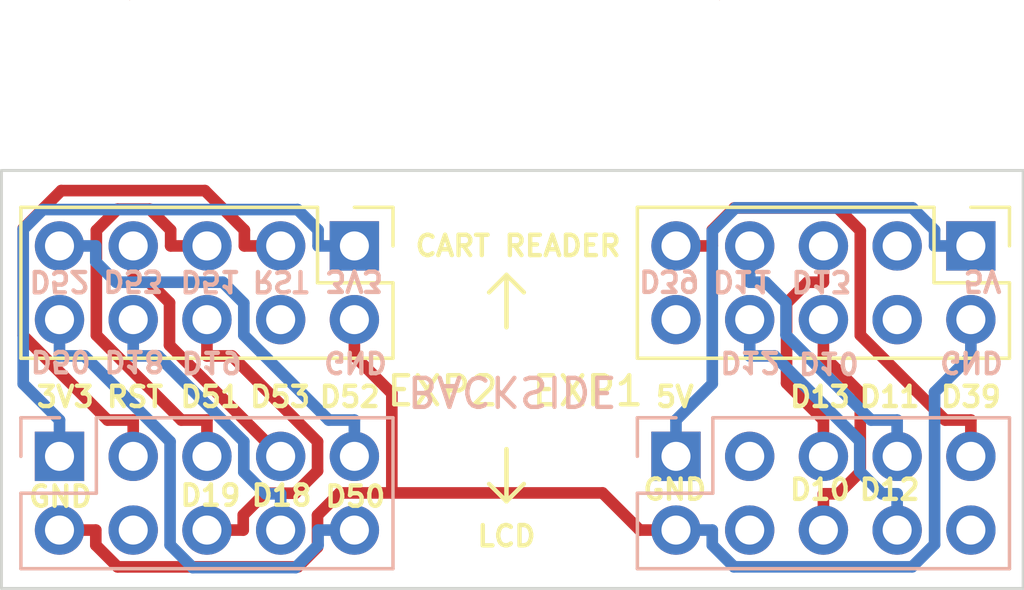
<source format=kicad_pcb>
(kicad_pcb (version 20211014) (generator pcbnew)
  (title_block (title "LCD Adapter") (date "2021-11-22") (rev "V1"))
  (layers (0 "F.Cu" signal) (31 "B.Cu" signal) (34 "B.Paste" user) (35 "F.Paste" user) (36 "B.SilkS" user "B.Silkscreen") (37 "F.SilkS" user "F.Silkscreen") (38 "B.Mask" user) (39 "F.Mask" user) (44 "Edge.Cuts" user))
  (net 0 "")
  (net 8 "D18")
  (net 9 "D19")
  (net 11 "D12")
  (net 12 "D13")
  (net 13 "D10")
  (net 14 "D11")
  (net 15 "RESET")
  (net 16 "GND")
  (net 17 "D39")
  (net 18 "+3V3")
  (net 19 "+5V")
  (net 20 "D53")
  (net 21 "D52")
  (net 22 "D51")
  (net 23 "D50")
  (footprint "Connector_PinHeader_2.54mm:PinHeader_2x05_P2.54mm_Vertical" (layer "F.Cu") (at 192.38 138.92 -90)
    (fp_text reference "J2" hide)
    (fp_text value "EXP1" hide)
    (fp_line (start -1.33 0) (end -1.33 -1.33) (layer "F.SilkS") (width 0.12))
    (fp_line (start -1.33 1.27) (end 1.27 1.27) (layer "F.SilkS") (width 0.12))
    (fp_line (start 3.87 -1.33) (end 3.87 11.49) (layer "F.SilkS") (width 0.12))
    (fp_line (start -1.33 11.49) (end 3.87 11.49) (layer "F.SilkS") (width 0.12))
    (fp_line (start -1.33 1.27) (end -1.33 11.49) (layer "F.SilkS") (width 0.12))
    (fp_line (start -1.33 -1.33) (end 0 -1.33) (layer "F.SilkS") (width 0.12))
    (fp_line (start 1.27 -1.33) (end 3.87 -1.33) (layer "F.SilkS") (width 0.12))
    (fp_line (start 1.27 1.27) (end 1.27 -1.33) (layer "F.SilkS") (width 0.12))
    (pad "1" thru_hole rect locked (at 0 0 270) (size 1.7 1.7) (drill 1) (layers *.Cu *.Mask) (net 19 "+5V"))
    (pad "2" thru_hole oval locked (at 2.54 0 270) (size 1.7 1.7) (drill 1) (layers *.Cu *.Mask) (net 16 "GND"))
    (pad "3" thru_hole oval locked (at 0 2.54 270) (size 1.7 1.7) (drill 1) (layers *.Cu *.Mask))
    (pad "4" thru_hole oval locked (at 2.54 2.54 270) (size 1.7 1.7) (drill 1) (layers *.Cu *.Mask))
    (pad "5" thru_hole oval locked (at 0 5.08 270) (size 1.7 1.7) (drill 1) (layers *.Cu *.Mask) (net 12 "D13"))
    (pad "6" thru_hole oval locked (at 2.54 5.08 270) (size 1.7 1.7) (drill 1) (layers *.Cu *.Mask) (net 13 "D10"))
    (pad "7" thru_hole oval locked (at 0 7.62 270) (size 1.7 1.7) (drill 1) (layers *.Cu *.Mask) (net 14 "D11"))
    (pad "8" thru_hole oval locked (at 2.54 7.62 270) (size 1.7 1.7) (drill 1) (layers *.Cu *.Mask) (net 11 "D12"))
    (pad "9" thru_hole oval locked (at 0 10.16 270) (size 1.7 1.7) (drill 1) (layers *.Cu *.Mask) (net 17 "D39"))
    (pad "10" thru_hole oval locked (at 2.54 10.16 270) (size 1.7 1.7) (drill 1) (layers *.Cu *.Mask))
  )
  (footprint "Connector_PinHeader_2.54mm:PinHeader_2x05_P2.54mm_Vertical" (layer "F.Cu") (at 171.14 138.92 -90)
    (fp_text reference "J1" hide)
    (fp_text value "EXP2" hide)
    (fp_line (start -1.33 -1.33) (end 0 -1.33) (layer "F.SilkS") (width 0.12))
    (fp_line (start 3.87 -1.33) (end 3.87 11.49) (layer "F.SilkS") (width 0.12))
    (fp_line (start 1.27 -1.33) (end 3.87 -1.33) (layer "F.SilkS") (width 0.12))
    (fp_line (start -1.33 0) (end -1.33 -1.33) (layer "F.SilkS") (width 0.12))
    (fp_line (start -1.33 11.49) (end 3.87 11.49) (layer "F.SilkS") (width 0.12))
    (fp_line (start -1.33 1.27) (end 1.27 1.27) (layer "F.SilkS") (width 0.12))
    (fp_line (start -1.33 1.27) (end -1.33 11.49) (layer "F.SilkS") (width 0.12))
    (fp_line (start 1.27 1.27) (end 1.27 -1.33) (layer "F.SilkS") (width 0.12))
    (pad "1" thru_hole rect locked (at 0 0 270) (size 1.7 1.7) (drill 1) (layers *.Cu *.Mask) (net 18 "+3V3"))
    (pad "2" thru_hole oval locked (at 2.54 0 270) (size 1.7 1.7) (drill 1) (layers *.Cu *.Mask) (net 16 "GND"))
    (pad "3" thru_hole oval locked (at 0 2.54 270) (size 1.7 1.7) (drill 1) (layers *.Cu *.Mask) (net 15 "RESET"))
    (pad "4" thru_hole oval locked (at 2.54 2.54 270) (size 1.7 1.7) (drill 1) (layers *.Cu *.Mask))
    (pad "5" thru_hole oval locked (at 0 5.08 270) (size 1.7 1.7) (drill 1) (layers *.Cu *.Mask) (net 22 "D51"))
    (pad "6" thru_hole oval locked (at 2.54 5.08 270) (size 1.7 1.7) (drill 1) (layers *.Cu *.Mask) (net 9 "D19"))
    (pad "7" thru_hole oval locked (at 0 7.62 270) (size 1.7 1.7) (drill 1) (layers *.Cu *.Mask) (net 20 "D53"))
    (pad "8" thru_hole oval locked (at 2.54 7.62 270) (size 1.7 1.7) (drill 1) (layers *.Cu *.Mask) (net 8 "D18"))
    (pad "9" thru_hole oval locked (at 0 10.16 270) (size 1.7 1.7) (drill 1) (layers *.Cu *.Mask) (net 21 "D52"))
    (pad "10" thru_hole oval locked (at 2.54 10.16 270) (size 1.7 1.7) (drill 1) (layers *.Cu *.Mask) (net 23 "D50"))
  )
  (footprint "Connector_PinHeader_2.54mm:PinHeader_2x05_P2.54mm_Vertical" (layer "B.Cu") (at 160.98 146.17 -90)
    (fp_text reference "J3" hide)
    (fp_text value "EXP2" hide)
    (fp_line (start 1.27 1.33) (end 3.87 1.33) (layer "B.SilkS") (width 0.12))
    (fp_line (start -1.33 -1.27) (end 1.27 -1.27) (layer "B.SilkS") (width 0.12))
    (fp_line (start -1.33 1.33) (end 0 1.33) (layer "B.SilkS") (width 0.12))
    (fp_line (start 1.27 -1.27) (end 1.27 1.33) (layer "B.SilkS") (width 0.12))
    (fp_line (start -1.33 -1.27) (end -1.33 -11.49) (layer "B.SilkS") (width 0.12))
    (fp_line (start 3.87 1.33) (end 3.87 -11.49) (layer "B.SilkS") (width 0.12))
    (fp_line (start -1.33 -11.49) (end 3.87 -11.49) (layer "B.SilkS") (width 0.12))
    (fp_line (start -1.33 0) (end -1.33 1.33) (layer "B.SilkS") (width 0.12))
    (pad "1" thru_hole rect locked (at 0 0 270) (size 1.7 1.7) (drill 1) (layers *.Cu *.Mask) (net 18 "+3V3"))
    (pad "2" thru_hole oval locked (at 2.54 0 270) (size 1.7 1.7) (drill 1) (layers *.Cu *.Mask) (net 16 "GND"))
    (pad "3" thru_hole oval locked (at 0 -2.54 270) (size 1.7 1.7) (drill 1) (layers *.Cu *.Mask) (net 15 "RESET"))
    (pad "4" thru_hole oval locked (at 2.54 -2.54 270) (size 1.7 1.7) (drill 1) (layers *.Cu *.Mask))
    (pad "5" thru_hole oval locked (at 0 -5.08 270) (size 1.7 1.7) (drill 1) (layers *.Cu *.Mask) (net 22 "D51"))
    (pad "6" thru_hole oval locked (at 2.54 -5.08 270) (size 1.7 1.7) (drill 1) (layers *.Cu *.Mask) (net 9 "D19"))
    (pad "7" thru_hole oval locked (at 0 -7.62 270) (size 1.7 1.7) (drill 1) (layers *.Cu *.Mask) (net 20 "D53"))
    (pad "8" thru_hole oval locked (at 2.54 -7.62 270) (size 1.7 1.7) (drill 1) (layers *.Cu *.Mask) (net 8 "D18"))
    (pad "9" thru_hole oval locked (at 0 -10.16 270) (size 1.7 1.7) (drill 1) (layers *.Cu *.Mask) (net 21 "D52"))
    (pad "10" thru_hole oval locked (at 2.54 -10.16 270) (size 1.7 1.7) (drill 1) (layers *.Cu *.Mask) (net 23 "D50"))
  )
  (footprint "Connector_PinHeader_2.54mm:PinHeader_2x05_P2.54mm_Vertical" (layer "B.Cu") (at 182.22 146.17 -90)
    (fp_text reference "J4" hide)
    (fp_text value "EXP1" hide)
    (fp_line (start -1.33 1.33) (end 0 1.33) (layer "B.SilkS") (width 0.12))
    (fp_line (start 1.27 -1.27) (end 1.27 1.33) (layer "B.SilkS") (width 0.12))
    (fp_line (start -1.33 0) (end -1.33 1.33) (layer "B.SilkS") (width 0.12))
    (fp_line (start 3.87 1.33) (end 3.87 -11.49) (layer "B.SilkS") (width 0.12))
    (fp_line (start -1.33 -1.27) (end -1.33 -11.49) (layer "B.SilkS") (width 0.12))
    (fp_line (start -1.33 -1.27) (end 1.27 -1.27) (layer "B.SilkS") (width 0.12))
    (fp_line (start 1.27 1.33) (end 3.87 1.33) (layer "B.SilkS") (width 0.12))
    (fp_line (start -1.33 -11.49) (end 3.87 -11.49) (layer "B.SilkS") (width 0.12))
    (pad "1" thru_hole rect locked (at 0 0 270) (size 1.7 1.7) (drill 1) (layers *.Cu *.Mask) (net 19 "+5V"))
    (pad "2" thru_hole oval locked (at 2.54 0 270) (size 1.7 1.7) (drill 1) (layers *.Cu *.Mask) (net 16 "GND"))
    (pad "3" thru_hole oval locked (at 0 -2.54 270) (size 1.7 1.7) (drill 1) (layers *.Cu *.Mask))
    (pad "4" thru_hole oval locked (at 2.54 -2.54 270) (size 1.7 1.7) (drill 1) (layers *.Cu *.Mask))
    (pad "5" thru_hole oval locked (at 0 -5.08 270) (size 1.7 1.7) (drill 1) (layers *.Cu *.Mask) (net 12 "D13"))
    (pad "6" thru_hole oval locked (at 2.54 -5.08 270) (size 1.7 1.7) (drill 1) (layers *.Cu *.Mask) (net 13 "D10"))
    (pad "7" thru_hole oval locked (at 0 -7.62 270) (size 1.7 1.7) (drill 1) (layers *.Cu *.Mask) (net 14 "D11"))
    (pad "8" thru_hole oval locked (at 2.54 -7.62 270) (size 1.7 1.7) (drill 1) (layers *.Cu *.Mask) (net 11 "D12"))
    (pad "9" thru_hole oval locked (at 0 -10.16 270) (size 1.7 1.7) (drill 1) (layers *.Cu *.Mask) (net 17 "D39"))
    (pad "10" thru_hole oval locked (at 2.54 -10.16 270) (size 1.7 1.7) (drill 1) (layers *.Cu *.Mask))
  )
  (gr_circle (center 163.4 130.457) (end 163.39 130.457) (layer "B.SilkS") (width 0.0001) (fill solid))
  (gr_circle (center 183.72 130.457) (end 183.71 130.457) (layer "B.SilkS") (width 0.0001) (fill solid))
  (gr_line (start 176.38 147.72) (end 176.98 147.12) (layer "F.SilkS") (width 0.15))
  (gr_line (start 176.38 141.72) (end 176.38 139.92) (layer "F.SilkS") (width 0.15))
  (gr_line (start 176.38 139.92) (end 176.98 140.52) (layer "F.SilkS") (width 0.15))
  (gr_line (start 176.38 147.72) (end 175.78 147.12) (layer "F.SilkS") (width 0.15))
  (gr_line (start 176.38 139.92) (end 175.78 140.52) (layer "F.SilkS") (width 0.15))
  (gr_line (start 176.38 145.92) (end 176.38 147.72) (layer "F.SilkS") (width 0.15))
  (gr_line (start 176.38 139.92) (end 176.38 141.72) (layer "F.SilkS") (width 0.15))
  (gr_line (start 176.38 147.72) (end 176.38 145.92) (layer "F.SilkS") (width 0.15))
  (gr_line (start 194.18 136.32) (end 158.98 136.32) (layer "Edge.Cuts") (width 0.1))
  (gr_line (start 158.98 136.32) (end 158.98 150.72) (layer "Edge.Cuts") (width 0.1))
  (gr_line (start 194.18 150.72) (end 194.18 136.32) (layer "Edge.Cuts") (width 0.1))
  (gr_line (start 158.98 150.72) (end 194.18 150.72) (layer "Edge.Cuts") (width 0.1))
  (gr_text "D10" (at 187.485 142.95 180) (layer "B.SilkS") (effects (font (size 0.7 0.7)) (justify mirror)))
  (gr_text "RST" (at 168.6 140.135 180) (layer "B.SilkS") (effects (font (size 0.7 0.7)) (justify mirror)))
  (gr_text "D11" (at 184.525 140.135 180) (layer "B.SilkS") (effects (font (size 0.7 0.7)) (justify mirror)))
  (gr_text "D39" (at 181.985 140.12 180) (layer "B.SilkS") (effects (font (size 0.7 0.7)) (justify mirror)))
  (gr_text "D50" (at 161.02 142.89 180) (layer "B.SilkS") (effects (font (size 0.7 0.7)) (justify mirror)))
  (gr_text "5V" (at 192.78 140.12 180) (layer "B.SilkS") (effects (font (size 0.7 0.7)) (justify mirror)))
  (gr_text "D13" (at 187.23 140.135 180) (layer "B.SilkS") (effects (font (size 0.7 0.7)) (justify mirror)))
  (gr_text "D52" (at 160.98 140.135 180) (layer "B.SilkS") (effects (font (size 0.7 0.7)) (justify mirror)))
  (gr_text "GND" (at 192.4 142.92 180) (layer "B.SilkS") (effects (font (size 0.7 0.7)) (justify mirror)))
  (gr_text "3V3" (at 171.14 140.12 180) (layer "B.SilkS") (effects (font (size 0.7 0.7)) (justify mirror)))
  (gr_text "D19" (at 166.22 142.92 180) (layer "B.SilkS") (effects (font (size 0.7 0.7)) (justify mirror)))
  (gr_text "BACKSIDE" (at 176.58 143.92 180) (layer "B.SilkS") (effects (font (size 1 1)) (justify mirror)))
  (gr_text "D53" (at 163.52 140.12 180) (layer "B.SilkS") (effects (font (size 0.7 0.7)) (justify mirror)))
  (gr_text "D12" (at 184.78 142.92 180) (layer "B.SilkS") (effects (font (size 0.7 0.7)) (justify mirror)))
  (gr_text "GND" (at 171.18 142.92 180) (layer "B.SilkS") (effects (font (size 0.7 0.7)) (justify mirror)))
  (gr_text "D18" (at 163.56 142.89 180) (layer "B.SilkS") (effects (font (size 0.7 0.7)) (justify mirror)))
  (gr_text "D51" (at 166.18 140.135 180) (layer "B.SilkS") (effects (font (size 0.7 0.7)) (justify mirror)))
  (gr_text "D39" (at 192.38 144.12) (layer "F.SilkS") (effects (font (size 0.7 0.7))))
  (gr_text "D51" (at 166.18 144.12) (layer "F.SilkS") (effects (font (size 0.7 0.7))))
  (gr_text "3V3" (at 161.18 144.12) (layer "F.SilkS") (effects (font (size 0.7 0.7))))
  (gr_text "D11" (at 189.58 144.12) (layer "F.SilkS") (effects (font (size 0.7 0.7))))
  (gr_text "D19" (at 166.18 147.52) (layer "F.SilkS") (effects (font (size 0.7 0.7))))
  (gr_text "D52" (at 170.98 144.12) (layer "F.SilkS") (effects (font (size 0.7 0.7))))
  (gr_text "5V" (at 182.18 144.12) (layer "F.SilkS") (effects (font (size 0.7 0.7))))
  (gr_text "GND" (at 161.011 147.556) (layer "F.SilkS") (effects (font (size 0.7 0.7))))
  (gr_text "D50" (at 171.171 147.556) (layer "F.SilkS") (effects (font (size 0.7 0.7))))
  (gr_text "D10" (at 187.18 147.32) (layer "F.SilkS") (effects (font (size 0.7 0.7))))
  (gr_text "CART READER" (at 176.78 138.92) (layer "F.SilkS") (effects (font (size 0.7 0.7))))
  (gr_text "D18" (at 168.631 147.52) (layer "F.SilkS") (effects (font (size 0.7 0.7))))
  (gr_text "RST" (at 163.58 144.12) (layer "F.SilkS") (effects (font (size 0.7 0.7))))
  (gr_text "LCD" (at 176.38 148.92) (layer "F.SilkS") (effects (font (size 0.7 0.7))))
  (gr_text "EXP1" (at 179.18 143.92) (layer "F.SilkS") (effects (font (size 1 1))))
  (gr_text "D53" (at 168.58 144.12) (layer "F.SilkS") (effects (font (size 0.7 0.7))))
  (gr_text "EXP2" (at 174.18 143.92) (layer "F.SilkS") (effects (font (size 1 1))))
  (gr_text "GND" (at 182.18 147.315) (layer "F.SilkS") (effects (font (size 0.7 0.7))))
  (gr_text "D12" (at 189.58 147.32) (layer "F.SilkS") (effects (font (size 0.7 0.7))))
  (gr_text "D13" (at 187.18 144.12) (layer "F.SilkS") (effects (font (size 0.7 0.7))))
  (segment (start 167.33 146.7078) (end 168.0819 147.4597) (width 0.4) (layer "B.Cu") (net 8))
  (segment (start 164.3796 142.7103) (end 167.33 145.6607) (width 0.4) (layer "B.Cu") (net 8))
  (segment (start 168.6 148.71) (end 168.6 147.4597) (width 0.4) (layer "B.Cu") (net 8))
  (segment (start 168.0819 147.4597) (end 168.6 147.4597) (width 0.4) (layer "B.Cu") (net 8))
  (segment (start 163.52 141.46) (end 163.52 142.7103) (width 0.4) (layer "B.Cu") (net 8))
  (segment (start 167.33 145.6607) (end 167.33 146.7078) (width 0.4) (layer "B.Cu") (net 8))
  (segment (start 163.52 142.7103) (end 164.3796 142.7103) (width 0.4) (layer "B.Cu") (net 8))
  (segment (start 169.87 146.6734) (end 169.1034 147.44) (width 0.4) (layer "F.Cu") (net 9))
  (segment (start 166.06 141.46) (end 166.06 142.7103) (width 0.4) (layer "F.Cu") (net 9))
  (segment (start 166.9196 142.7103) (end 169.87 145.6607) (width 0.4) (layer "F.Cu") (net 9))
  (segment (start 167.3103 148.1919) (end 167.3103 148.71) (width 0.4) (layer "F.Cu") (net 9))
  (segment (start 166.06 148.71) (end 167.3103 148.71) (width 0.4) (layer "F.Cu") (net 9))
  (segment (start 168.0622 147.44) (end 167.3103 148.1919) (width 0.4) (layer "F.Cu") (net 9))
  (segment (start 169.87 145.6607) (end 169.87 146.6734) (width 0.4) (layer "F.Cu") (net 9))
  (segment (start 166.06 142.7103) (end 166.9196 142.7103) (width 0.4) (layer "F.Cu") (net 9))
  (segment (start 169.1034 147.44) (end 168.0622 147.44) (width 0.4) (layer "F.Cu") (net 9))
  (segment (start 189.3219 147.4597) (end 189.84 147.4597) (width 0.4) (layer "B.Cu") (net 11))
  (segment (start 188.5504 145.6427) (end 188.5504 146.6882) (width 0.4) (layer "B.Cu") (net 11))
  (segment (start 185.618 142.7103) (end 188.5504 145.6427) (width 0.4) (layer "B.Cu") (net 11))
  (segment (start 184.76 142.7103) (end 185.618 142.7103) (width 0.4) (layer "B.Cu") (net 11))
  (segment (start 189.84 148.71) (end 189.84 147.4597) (width 0.4) (layer "B.Cu") (net 11))
  (segment (start 188.5504 146.6882) (end 189.3219 147.4597) (width 0.4) (layer "B.Cu") (net 11))
  (segment (start 184.76 141.46) (end 184.76 142.7103) (width 0.4) (layer "B.Cu") (net 11))
  (segment (start 187.3 138.92) (end 187.3 140.1703) (width 0.4) (layer "F.Cu") (net 12))
  (segment (start 187.3 146.17) (end 187.3 144.9197) (width 0.4) (layer "F.Cu") (net 12))
  (segment (start 186.03 140.8933) (end 186.03 143.6497) (width 0.4) (layer "F.Cu") (net 12))
  (segment (start 187.3 140.1703) (end 186.753 140.1703) (width 0.4) (layer "F.Cu") (net 12))
  (segment (start 186.03 143.6497) (end 187.3 144.9197) (width 0.4) (layer "F.Cu") (net 12))
  (segment (start 186.753 140.1703) (end 186.03 140.8933) (width 0.4) (layer "F.Cu") (net 12))
  (segment (start 188.57 143.9803) (end 188.57 146.7078) (width 0.4) (layer "F.Cu") (net 13))
  (segment (start 188.57 146.7078) (end 187.8181 147.4597) (width 0.4) (layer "F.Cu") (net 13))
  (segment (start 187.8181 147.4597) (end 187.3 147.4597) (width 0.4) (layer "F.Cu") (net 13))
  (segment (start 187.3 142.7103) (end 188.57 143.9803) (width 0.4) (layer "F.Cu") (net 13))
  (segment (start 187.3 148.71) (end 187.3 147.4597) (width 0.4) (layer "F.Cu") (net 13))
  (segment (start 187.3 141.46) (end 187.3 142.7103) (width 0.4) (layer "F.Cu") (net 13))
  (segment (start 186.0103 140.8735) (end 186.0103 141.9889) (width 0.4) (layer "B.Cu") (net 14))
  (segment (start 189.84 146.17) (end 189.84 144.9197) (width 0.4) (layer "B.Cu") (net 14))
  (segment (start 186.0103 141.9889) (end 188.9411 144.9197) (width 0.4) (layer "B.Cu") (net 14))
  (segment (start 185.3071 140.1703) (end 186.0103 140.8735) (width 0.4) (layer "B.Cu") (net 14))
  (segment (start 188.9411 144.9197) (end 189.84 144.9197) (width 0.4) (layer "B.Cu") (net 14))
  (segment (start 184.76 140.1703) (end 185.3071 140.1703) (width 0.4) (layer "B.Cu") (net 14))
  (segment (start 184.76 138.92) (end 184.76 140.1703) (width 0.4) (layer "B.Cu") (net 14))
  (segment (start 159.7296 138.3233) (end 159.7296 142.0135) (width 0.4) (layer "F.Cu") (net 15))
  (segment (start 162.6358 144.9197) (end 163.52 144.9197) (width 0.4) (layer "F.Cu") (net 15))
  (segment (start 167.3497 138.373) (end 165.9905 137.0138) (width 0.4) (layer "F.Cu") (net 15))
  (segment (start 165.9905 137.0138) (end 161.0391 137.0138) (width 0.4) (layer "F.Cu") (net 15))
  (segment (start 161.0391 137.0138) (end 159.7296 138.3233) (width 0.4) (layer "F.Cu") (net 15))
  (segment (start 163.52 146.17) (end 163.52 144.9197) (width 0.4) (layer "F.Cu") (net 15))
  (segment (start 168.6 138.92) (end 167.3497 138.92) (width 0.4) (layer "F.Cu") (net 15))
  (segment (start 167.3497 138.92) (end 167.3497 138.373) (width 0.4) (layer "F.Cu") (net 15))
  (segment (start 159.7296 142.0135) (end 162.6358 144.9197) (width 0.4) (layer "F.Cu") (net 15))
  (segment (start 172.4298 147.4301) (end 170.6377 147.4301) (width 0.4) (layer "F.Cu") (net 16))
  (segment (start 182.22 148.71) (end 180.9697 148.71) (width 0.4) (layer "F.Cu") (net 16))
  (segment (start 179.6898 147.4301) (end 172.4298 147.4301) (width 0.4) (layer "F.Cu") (net 16))
  (segment (start 172.4298 147.4301) (end 172.4298 144.0001) (width 0.4) (layer "F.Cu") (net 16))
  (segment (start 162.2303 149.2281) (end 162.2303 148.71) (width 0.4) (layer "F.Cu") (net 16))
  (segment (start 162.9803 149.9781) (end 162.2303 149.2281) (width 0.4) (layer "F.Cu") (net 16))
  (segment (start 180.9697 148.71) (end 179.6898 147.4301) (width 0.4) (layer "F.Cu") (net 16))
  (segment (start 160.98 148.71) (end 162.2303 148.71) (width 0.4) (layer "F.Cu") (net 16))
  (segment (start 170.6377 147.4301) (end 169.87 148.1978) (width 0.4) (layer "F.Cu") (net 16))
  (segment (start 171.14 141.46) (end 171.14 142.7103) (width 0.4) (layer "F.Cu") (net 16))
  (segment (start 169.87 149.2995) (end 169.1914 149.9781) (width 0.4) (layer "F.Cu") (net 16))
  (segment (start 169.87 148.1978) (end 169.87 149.2995) (width 0.4) (layer "F.Cu") (net 16))
  (segment (start 172.4298 144.0001) (end 171.14 142.7103) (width 0.4) (layer "F.Cu") (net 16))
  (segment (start 169.1914 149.9781) (end 162.9803 149.9781) (width 0.4) (layer "F.Cu") (net 16))
  (segment (start 192.38 142.7103) (end 191.1297 143.9606) (width 0.4) (layer "B.Cu") (net 16))
  (segment (start 192.38 141.46) (end 192.38 142.7103) (width 0.4) (layer "B.Cu") (net 16))
  (segment (start 191.1297 143.9606) (end 191.1297 149.2022) (width 0.4) (layer "B.Cu") (net 16))
  (segment (start 182.22 148.71) (end 183.4703 148.71) (width 0.4) (layer "B.Cu") (net 16))
  (segment (start 184.2186 149.9764) (end 183.4703 149.2281) (width 0.4) (layer "B.Cu") (net 16))
  (segment (start 183.4703 149.2281) (end 183.4703 148.71) (width 0.4) (layer "B.Cu") (net 16))
  (segment (start 191.1297 149.2022) (end 190.3555 149.9764) (width 0.4) (layer "B.Cu") (net 16))
  (segment (start 190.3555 149.9764) (end 184.2186 149.9764) (width 0.4) (layer "B.Cu") (net 16))
  (segment (start 187.79 137.6138) (end 188.57 138.3938) (width 0.4) (layer "F.Cu") (net 17))
  (segment (start 184.2295 137.6138) (end 187.79 137.6138) (width 0.4) (layer "F.Cu") (net 17))
  (segment (start 182.22 138.92) (end 183.4703 138.92) (width 0.4) (layer "F.Cu") (net 17))
  (segment (start 188.57 141.9939) (end 191.4958 144.9197) (width 0.4) (layer "F.Cu") (net 17))
  (segment (start 183.4703 138.373) (end 184.2295 137.6138) (width 0.4) (layer "F.Cu") (net 17))
  (segment (start 188.57 138.3938) (end 188.57 141.9939) (width 0.4) (layer "F.Cu") (net 17))
  (segment (start 191.4958 144.9197) (end 192.38 144.9197) (width 0.4) (layer "F.Cu") (net 17))
  (segment (start 183.4703 138.92) (end 183.4703 138.373) (width 0.4) (layer "F.Cu") (net 17))
  (segment (start 192.38 146.17) (end 192.38 144.9197) (width 0.4) (layer "F.Cu") (net 17))
  (segment (start 169.8897 138.373) (end 169.1842 137.6675) (width 0.4) (layer "B.Cu") (net 18))
  (segment (start 171.14 138.92) (end 169.8897 138.92) (width 0.4) (layer "B.Cu") (net 18))
  (segment (start 159.7297 138.3474) (end 159.7297 143.6694) (width 0.4) (layer "B.Cu") (net 18))
  (segment (start 160.4096 137.6675) (end 159.7297 138.3474) (width 0.4) (layer "B.Cu") (net 18))
  (segment (start 159.7297 143.6694) (end 160.98 144.9197) (width 0.4) (layer "B.Cu") (net 18))
  (segment (start 169.8897 138.92) (end 169.8897 138.373) (width 0.4) (layer "B.Cu") (net 18))
  (segment (start 169.1842 137.6675) (end 160.4096 137.6675) (width 0.4) (layer "B.Cu") (net 18))
  (segment (start 160.98 146.17) (end 160.98 144.9197) (width 0.4) (layer "B.Cu") (net 18))
  (segment (start 191.1297 138.373) (end 190.3642 137.6075) (width 0.4) (layer "B.Cu") (net 19))
  (segment (start 190.3642 137.6075) (end 184.2711 137.6075) (width 0.4) (layer "B.Cu") (net 19))
  (segment (start 183.4703 143.6694) (end 182.22 144.9197) (width 0.4) (layer "B.Cu") (net 19))
  (segment (start 183.4703 138.4083) (end 183.4703 143.6694) (width 0.4) (layer "B.Cu") (net 19))
  (segment (start 184.2711 137.6075) (end 183.4703 138.4083) (width 0.4) (layer "B.Cu") (net 19))
  (segment (start 182.22 146.17) (end 182.22 144.9197) (width 0.4) (layer "B.Cu") (net 19))
  (segment (start 191.1297 138.92) (end 191.1297 138.373) (width 0.4) (layer "B.Cu") (net 19))
  (segment (start 192.38 138.92) (end 191.1297 138.92) (width 0.4) (layer "B.Cu") (net 19))
  (segment (start 164.7703 142.3403) (end 168.6 146.17) (width 0.4) (layer "F.Cu") (net 20))
  (segment (start 163.52 138.92) (end 163.52 140.1703) (width 0.4) (layer "F.Cu") (net 20))
  (segment (start 164.7703 140.8735) (end 164.7703 142.3403) (width 0.4) (layer "F.Cu") (net 20))
  (segment (start 163.52 140.1703) (end 164.0671 140.1703) (width 0.4) (layer "F.Cu") (net 20))
  (segment (start 164.0671 140.1703) (end 164.7703 140.8735) (width 0.4) (layer "F.Cu") (net 20))
  (segment (start 167.33 141.9939) (end 170.2558 144.9197) (width 0.4) (layer "B.Cu") (net 21))
  (segment (start 171.14 146.17) (end 171.14 144.9197) (width 0.4) (layer "B.Cu") (net 21))
  (segment (start 162.2303 139.4671) (end 162.9335 140.1703) (width 0.4) (layer "B.Cu") (net 21))
  (segment (start 170.2558 144.9197) (end 171.14 144.9197) (width 0.4) (layer "B.Cu") (net 21))
  (segment (start 160.98 138.92) (end 162.2303 138.92) (width 0.4) (layer "B.Cu") (net 21))
  (segment (start 166.6065 140.1703) (end 167.33 140.8938) (width 0.4) (layer "B.Cu") (net 21))
  (segment (start 162.2303 138.92) (end 162.2303 139.4671) (width 0.4) (layer "B.Cu") (net 21))
  (segment (start 162.9335 140.1703) (end 166.6065 140.1703) (width 0.4) (layer "B.Cu") (net 21))
  (segment (start 167.33 140.8938) (end 167.33 141.9939) (width 0.4) (layer "B.Cu") (net 21))
  (segment (start 162.25 141.9939) (end 165.1758 144.9197) (width 0.4) (layer "F.Cu") (net 22))
  (segment (start 162.9828 137.6512) (end 162.25 138.384) (width 0.4) (layer "F.Cu") (net 22))
  (segment (start 165.1758 144.9197) (end 166.06 144.9197) (width 0.4) (layer "F.Cu") (net 22))
  (segment (start 166.06 138.92) (end 164.8097 138.92) (width 0.4) (layer "F.Cu") (net 22))
  (segment (start 162.25 138.384) (end 162.25 141.9939) (width 0.4) (layer "F.Cu") (net 22))
  (segment (start 164.8097 138.92) (end 164.8097 138.373) (width 0.4) (layer "F.Cu") (net 22))
  (segment (start 164.8097 138.373) (end 164.0879 137.6512) (width 0.4) (layer "F.Cu") (net 22))
  (segment (start 166.06 146.17) (end 166.06 144.9197) (width 0.4) (layer "F.Cu") (net 22))
  (segment (start 164.0879 137.6512) (end 162.9828 137.6512) (width 0.4) (layer "F.Cu") (net 22))
  (segment (start 164.79 145.6607) (end 164.79 149.2219) (width 0.4) (layer "B.Cu") (net 23))
  (segment (start 160.98 142.7103) (end 161.8396 142.7103) (width 0.4) (layer "B.Cu") (net 23))
  (segment (start 161.8396 142.7103) (end 164.79 145.6607) (width 0.4) (layer "B.Cu") (net 23))
  (segment (start 169.8897 149.2281) (end 169.8897 148.71) (width 0.4) (layer "B.Cu") (net 23))
  (segment (start 160.98 141.46) (end 160.98 142.7103) (width 0.4) (layer "B.Cu") (net 23))
  (segment (start 165.5706 150.0025) (end 169.1153 150.0025) (width 0.4) (layer "B.Cu") (net 23))
  (segment (start 164.79 149.2219) (end 165.5706 150.0025) (width 0.4) (layer "B.Cu") (net 23))
  (segment (start 171.14 148.71) (end 169.8897 148.71) (width 0.4) (layer "B.Cu") (net 23))
  (segment (start 169.1153 150.0025) (end 169.8897 149.2281) (width 0.4) (layer "B.Cu") (net 23))
)
</source>
